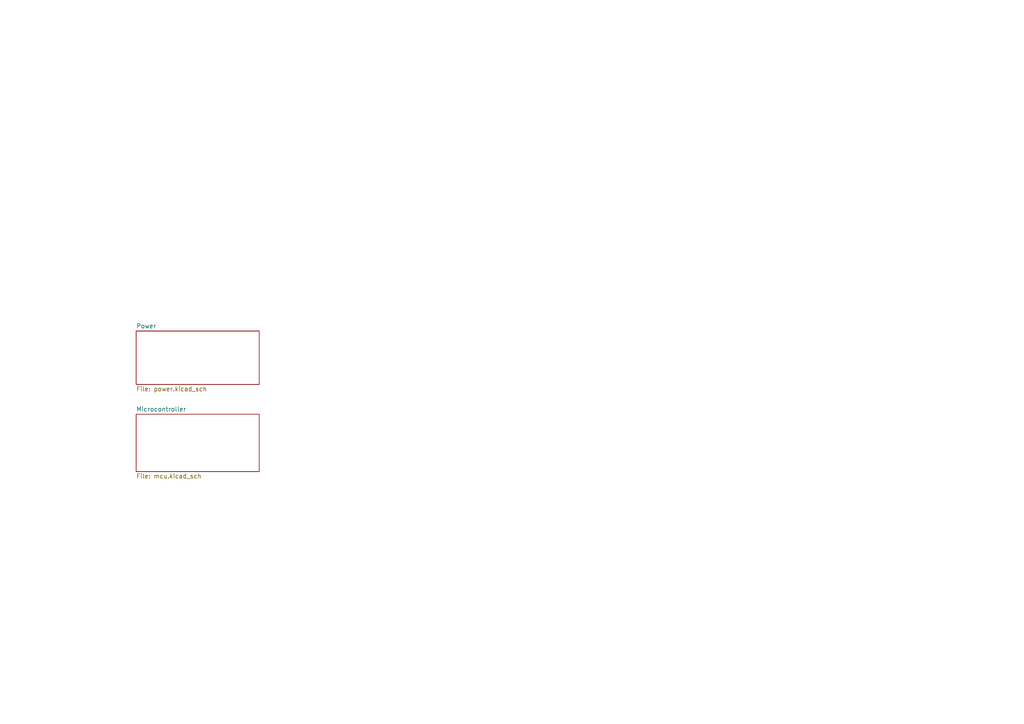
<source format=kicad_sch>
(kicad_sch (version 20230121) (generator eeschema)
  (paper "A4")
  (lib_symbols)
  (sheet (at 39.497 96.012) (size 35.687 15.494) (stroke (width 0.1524))
    (property "Sheetname" "Power" (at 39.497 95.3004 0) (effects (justify left bottom)))
    (property "Sheetfile" "power.kicad_sch" (at 39.497 112.0906 0) (effects (justify left top)))
  )
  (sheet (at 39.497 120.142) (size 35.687 16.637) (stroke (width 0.1524))
    (property "Sheetname" "Microcontroller" (at 39.497 119.4304 0) (effects (justify left bottom)))
    (property "Sheetfile" "mcu.kicad_sch" (at 39.497 137.3636 0) (effects (justify left top)))
  )
)
</source>
